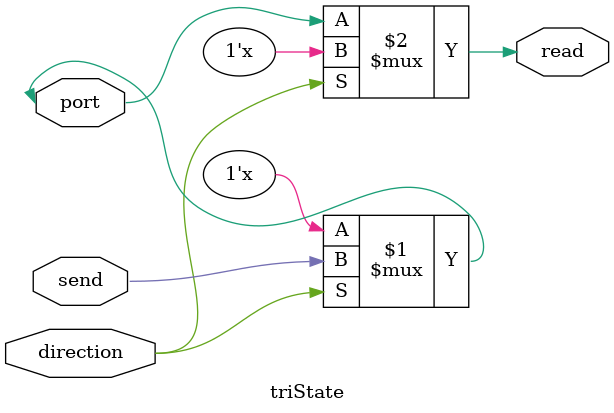
<source format=v>
module triState(
	inout port, 
	input direction,
	input send,
	output read
	);
	
	//Se direcao = 1, então porta vai atuar como saida
	assign port = direction ? send : 1'bZ;
	//Se direcao = 0, então porta vai atuar como entrada
	assign read = direction ? 1'bZ : port;
	
endmodule 
</source>
